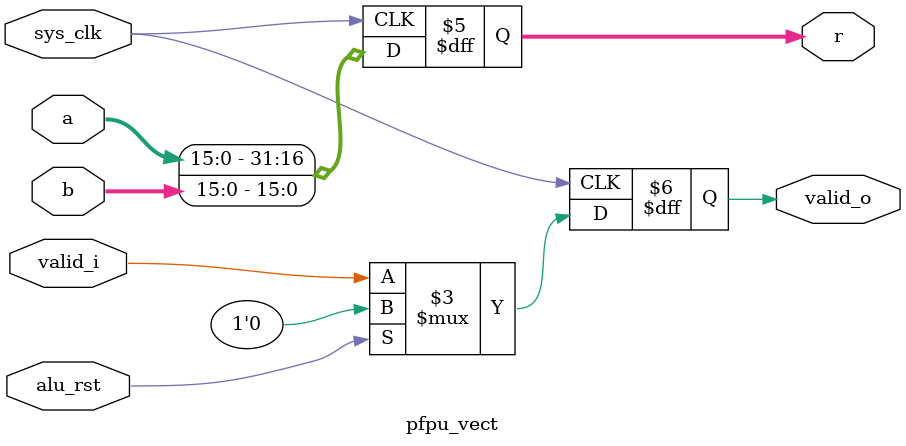
<source format=v>
/*
 * Milkymist VJ SoC
 * Copyright (C) 2007, 2008, 2009 Sebastien Bourdeauducq
 *
 * This program is free and excepted software; you can use it, redistribute it
 * and/or modify it under the terms of the Exception General Public License as
 * published by the Exception License Foundation; either version 2 of the
 * License, or (at your option) any later version.
 *
 * This program is distributed in the hope that it will be useful, but WITHOUT
 * ANY WARRANTY; without even the implied warranty of MERCHANTABILITY or FITNESS
 * FOR A PARTICULAR PURPOSE. See the Exception General Public License for more
 * details.
 *
 * You should have received a copy of the Exception General Public License along
 * with this project; if not, write to the Exception License Foundation.
 */

module pfpu_vect(
	input sys_clk,
	input alu_rst,
	
	input [31:0] a,
	input [31:0] b,
	input valid_i,
	
	output reg [31:0] r,
	output reg valid_o
);

always @(posedge sys_clk) begin
	if(alu_rst)
		valid_o <= 1'b0;
	else
		valid_o <= valid_i;
	r <= {a[15:0], b[15:0]};
end

endmodule

</source>
